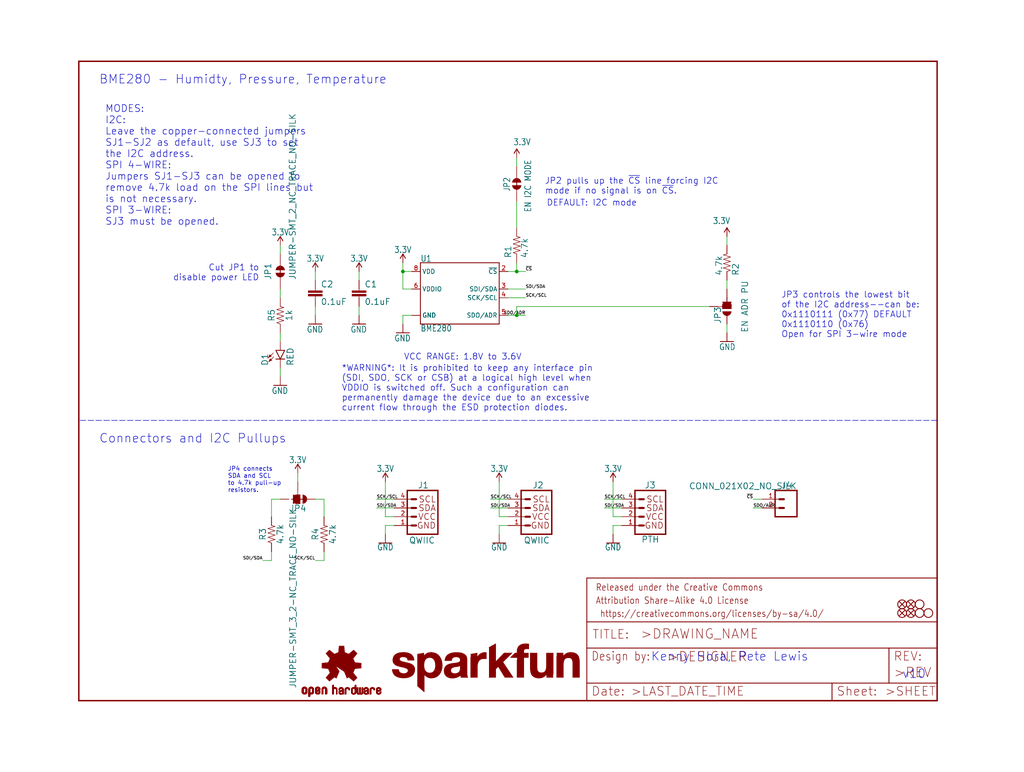
<source format=kicad_sch>
(kicad_sch (version 20211123) (generator eeschema)
  (paper "User" 297.002 223.926)
  (lib_symbols
    (symbol "eagleSchem-eagle-import:0.1UF-0603-25V-(+80{slash}-20%)"
      (property "Reference" "C" (at 1.524 2.921 0))
      (property "Value" "0.1UF-0603-25V-(+80{slash}-20%)" (at 1.524 -2.159 0))
      (symbol "0.1UF-0603-25V-(+80{slash}-20%)_1_0"
        (pin passive line (at 0 5.08 270) (length 2.54) (name "1") (number "1"))
        (pin passive line (at 0 -2.54 90) (length 2.54) (name "2") (number "2"))
      )
    )
    (symbol "eagleSchem-eagle-import:1KOHM-0603-1{slash}10W-1%"
      (property "Reference" "R" (at 0 1.524 0))
      (property "Value" "1KOHM-0603-1{slash}10W-1%" (at 0 -1.524 0))
      (symbol "1KOHM-0603-1{slash}10W-1%_1_0"
        (pin passive line (at -5.08 0 0) (length 2.54) (name "1") (number "1"))
        (pin passive line (at 5.08 0 180) (length 2.54) (name "2") (number "2"))
      )
    )
    (symbol "eagleSchem-eagle-import:3.3V" (power)
      (property "Value" "3.3V" (at 0 2.794 0))
      (symbol "3.3V_1_0"
        (pin power_in line (at 0 0 90) (length 2.54) (name "3.3V") (number "1"))
      )
    )
    (symbol "eagleSchem-eagle-import:4.7KOHM-0603-1{slash}10W-1%"
      (property "Reference" "R" (at 0 1.524 0))
      (property "Value" "4.7KOHM-0603-1{slash}10W-1%" (at 0 -1.524 0))
      (symbol "4.7KOHM-0603-1{slash}10W-1%_1_0"
        (pin passive line (at -5.08 0 0) (length 2.54) (name "1") (number "1"))
        (pin passive line (at 5.08 0 180) (length 2.54) (name "2") (number "2"))
      )
    )
    (symbol "eagleSchem-eagle-import:BME280"
      (property "Reference" "U" (at -10.16 7.874 0))
      (property "Value" "BME280" (at -10.16 -10.414 0))
      (symbol "BME280_1_0"
        (pin bidirectional line (at -12.7 -7.62 0) (length 2.54) (name "GND") (number "1"))
        (pin bidirectional line (at 15.24 5.08 180) (length 2.54) (name "~{CS}") (number "2"))
        (pin bidirectional line (at 15.24 0 180) (length 2.54) (name "SDI/SDA") (number "3"))
        (pin bidirectional line (at 15.24 -2.54 180) (length 2.54) (name "SCK/SCL") (number "4"))
        (pin bidirectional line (at 15.24 -7.62 180) (length 2.54) (name "SDO/ADR") (number "5"))
        (pin bidirectional line (at -12.7 0 0) (length 2.54) (name "VDDIO") (number "6"))
        (pin bidirectional line (at -12.7 -7.62 0) (length 2.54) (name "GND") (number "7"))
        (pin bidirectional line (at -12.7 5.08 0) (length 2.54) (name "VDD") (number "8"))
      )
    )
    (symbol "eagleSchem-eagle-import:CONN_021X02_NO_SILK"
      (property "Reference" "J" (at -2.54 5.588 0))
      (property "Value" "CONN_021X02_NO_SILK" (at -2.54 -4.826 0))
      (symbol "CONN_021X02_NO_SILK_1_0"
        (pin passive line (at 7.62 0 180) (length 5.08) (name "1") (number "1"))
        (pin passive line (at 7.62 2.54 180) (length 5.08) (name "2") (number "2"))
      )
    )
    (symbol "eagleSchem-eagle-import:FIDUCIAL1X2")
    (symbol "eagleSchem-eagle-import:FRAME-LETTER"
      (symbol "FRAME-LETTER_2_0"
        (text " https://creativecommons.org/licenses/by-sa/4.0/" (at 2.54 24.13 0) (effects (font (size 1.9304 1.6408)) (justify left bottom)))
        (text ">DESIGNER" (at 23.114 11.176 0) (effects (font (size 2.7432 2.7432)) (justify left bottom)))
        (text ">DRAWING_NAME" (at 15.494 17.78 0) (effects (font (size 2.7432 2.7432)) (justify left bottom)))
        (text ">LAST_DATE_TIME" (at 12.7 1.27 0) (effects (font (size 2.54 2.54)) (justify left bottom)))
        (text ">REV" (at 88.9 6.604 0) (effects (font (size 2.7432 2.7432)) (justify left bottom)))
        (text ">SHEET" (at 86.36 1.27 0) (effects (font (size 2.54 2.54)) (justify left bottom)))
        (text "Attribution Share-Alike 4.0 License" (at 2.54 27.94 0) (effects (font (size 1.9304 1.6408)) (justify left bottom)))
        (text "Date:" (at 1.27 1.27 0) (effects (font (size 2.54 2.54)) (justify left bottom)))
        (text "Design by:" (at 1.27 11.43 0) (effects (font (size 2.54 2.159)) (justify left bottom)))
        (text "Released under the Creative Commons" (at 2.54 31.75 0) (effects (font (size 1.9304 1.6408)) (justify left bottom)))
        (text "REV:" (at 88.9 11.43 0) (effects (font (size 2.54 2.54)) (justify left bottom)))
        (text "Sheet:" (at 72.39 1.27 0) (effects (font (size 2.54 2.54)) (justify left bottom)))
        (text "TITLE:" (at 1.524 17.78 0) (effects (font (size 2.54 2.54)) (justify left bottom)))
      )
    )
    (symbol "eagleSchem-eagle-import:GND" (power)
      (property "Value" "GND" (at 0 -0.254 0))
      (symbol "GND_1_0"
        (pin power_in line (at 0 2.54 270) (length 2.54) (name "GND") (number "1"))
      )
    )
    (symbol "eagleSchem-eagle-import:I2C_STANDARDQWIIC"
      (property "Reference" "J" (at -5.08 7.874 0))
      (property "Value" "I2C_STANDARDQWIIC" (at -5.08 -5.334 0))
      (symbol "I2C_STANDARDQWIIC_1_0"
        (text "GND" (at -4.572 -2.54 0) (effects (font (size 1.778 1.778)) (justify left)))
        (text "SCL" (at -4.572 5.08 0) (effects (font (size 1.778 1.778)) (justify left)))
        (text "SDA" (at -4.572 2.54 0) (effects (font (size 1.778 1.778)) (justify left)))
        (text "VCC" (at -4.572 0 0) (effects (font (size 1.778 1.778)) (justify left)))
        (pin power_in line (at 7.62 -2.54 180) (length 5.08) (name "1") (number "1"))
        (pin power_in line (at 7.62 0 180) (length 5.08) (name "2") (number "2"))
        (pin passive line (at 7.62 2.54 180) (length 5.08) (name "3") (number "3"))
        (pin passive line (at 7.62 5.08 180) (length 5.08) (name "4") (number "4"))
      )
    )
    (symbol "eagleSchem-eagle-import:I2C_STANDARD_NO_SILK"
      (property "Reference" "J" (at -5.08 7.874 0))
      (property "Value" "I2C_STANDARD_NO_SILK" (at -5.08 -5.334 0))
      (symbol "I2C_STANDARD_NO_SILK_1_0"
        (text "GND" (at -4.572 -2.54 0) (effects (font (size 1.778 1.778)) (justify left)))
        (text "SCL" (at -4.572 5.08 0) (effects (font (size 1.778 1.778)) (justify left)))
        (text "SDA" (at -4.572 2.54 0) (effects (font (size 1.778 1.778)) (justify left)))
        (text "VCC" (at -4.572 0 0) (effects (font (size 1.778 1.778)) (justify left)))
        (pin power_in line (at 7.62 -2.54 180) (length 5.08) (name "1") (number "1"))
        (pin power_in line (at 7.62 0 180) (length 5.08) (name "2") (number "2"))
        (pin passive line (at 7.62 2.54 180) (length 5.08) (name "3") (number "3"))
        (pin passive line (at 7.62 5.08 180) (length 5.08) (name "4") (number "4"))
      )
    )
    (symbol "eagleSchem-eagle-import:JUMPER-PAD-2-NC_BY_TRACENO_SILK"
      (property "Reference" "SJ" (at -2.54 2.54 0))
      (property "Value" "JUMPER-PAD-2-NC_BY_TRACENO_SILK" (at -2.54 -5.08 0))
      (symbol "JUMPER-PAD-2-NC_BY_TRACENO_SILK_1_0"
        (pin passive line (at -5.08 0 0) (length 2.54) (name "1") (number "1"))
        (pin passive line (at 5.08 0 180) (length 2.54) (name "2") (number "2"))
      )
    )
    (symbol "eagleSchem-eagle-import:JUMPER-SMT_2_NC_TRACE_NO-SILK"
      (property "Reference" "JP" (at -2.54 2.54 0))
      (property "Value" "JUMPER-SMT_2_NC_TRACE_NO-SILK" (at -2.54 -2.54 0))
      (symbol "JUMPER-SMT_2_NC_TRACE_NO-SILK_1_0"
        (pin passive line (at -5.08 0 0) (length 2.54) (name "1") (number "1"))
        (pin passive line (at 5.08 0 180) (length 2.54) (name "2") (number "2"))
      )
    )
    (symbol "eagleSchem-eagle-import:JUMPER-SMT_3_1-NC_TRACE_NO-SILK"
      (property "Reference" "JP" (at 2.54 0.381 0))
      (property "Value" "JUMPER-SMT_3_1-NC_TRACE_NO-SILK" (at 2.54 -0.381 0))
      (symbol "JUMPER-SMT_3_1-NC_TRACE_NO-SILK_1_0"
        (pin passive line (at 0 5.08 270) (length 2.54) (name "1") (number "1"))
        (pin passive line (at -5.08 0 0) (length 2.54) (name "2") (number "2"))
        (pin passive line (at 0 -5.08 90) (length 2.54) (name "3") (number "3"))
      )
    )
    (symbol "eagleSchem-eagle-import:JUMPER-SMT_3_2-NC_TRACE_NO-SILK"
      (property "Reference" "JP" (at 2.54 0.381 0))
      (property "Value" "JUMPER-SMT_3_2-NC_TRACE_NO-SILK" (at 2.54 -0.381 0))
      (symbol "JUMPER-SMT_3_2-NC_TRACE_NO-SILK_1_0"
        (pin passive line (at 0 5.08 270) (length 2.54) (name "1") (number "1"))
        (pin passive line (at -5.08 0 0) (length 2.54) (name "2") (number "2"))
        (pin passive line (at 0 -5.08 90) (length 2.54) (name "3") (number "3"))
      )
    )
    (symbol "eagleSchem-eagle-import:LED-RED0603"
      (property "Reference" "D" (at -3.429 -4.572 90))
      (property "Value" "LED-RED0603" (at 1.905 -4.572 90))
      (symbol "LED-RED0603_1_0"
        (pin passive line (at 0 2.54 270) (length 2.54) (name "A") (number "A"))
        (pin passive line (at 0 -5.08 90) (length 2.54) (name "C") (number "C"))
      )
    )
    (symbol "eagleSchem-eagle-import:OSHW-LOGOS")
    (symbol "eagleSchem-eagle-import:SFE_LOGO_NAME.1_INCH")
    (symbol "eagleSchem-eagle-import:STAND-OFF")
  )
  (junction (at 149.86 91.44))
  (junction (at 149.86 78.74))
  (junction (at 116.84 78.74))
  (wire (pts (xy 111.76 152.4) (xy 111.76 154.94)))
  (wire (pts (xy 147.32 144.78) (xy 142.24 144.78)))
  (wire (pts (xy 205.74 88.9) (xy 149.86 88.9)))
  (wire (pts (xy 144.78 149.86) (xy 144.78 139.7)))
  (wire (pts (xy 104.14 91.44) (xy 104.14 88.9)))
  (wire (pts (xy 93.98 160.02) (xy 93.98 162.56)))
  (wire (pts (xy 78.74 149.86) (xy 78.74 144.78)))
  (wire (pts (xy 81.28 71.12) (xy 81.28 73.66)))
  (wire (pts (xy 119.38 91.44) (xy 116.84 91.44)))
  (wire (pts (xy 149.86 45.72) (xy 149.86 48.26)))
  (wire (pts (xy 144.78 152.4) (xy 144.78 154.94)))
  (wire (pts (xy 114.3 152.4) (xy 111.76 152.4)))
  (wire (pts (xy 147.32 152.4) (xy 144.78 152.4)))
  (wire (pts (xy 147.32 78.74) (xy 149.86 78.74)))
  (wire (pts (xy 86.36 137.16) (xy 86.36 139.7)))
  (wire (pts (xy 81.28 106.68) (xy 81.28 109.22)))
  (wire (pts (xy 210.82 96.52) (xy 210.82 93.98)))
  (wire (pts (xy 93.98 149.86) (xy 93.98 144.78)))
  (wire (pts (xy 147.32 149.86) (xy 144.78 149.86)))
  (wire (pts (xy 114.3 149.86) (xy 111.76 149.86)))
  (wire (pts (xy 93.98 144.78) (xy 91.44 144.78)))
  (wire (pts (xy 81.28 83.82) (xy 81.28 86.36)))
  (wire (pts (xy 76.2 162.56) (xy 78.74 162.56)))
  (wire (pts (xy 111.76 149.86) (xy 111.76 139.7)))
  (wire (pts (xy 93.98 162.56) (xy 91.44 162.56)))
  (wire (pts (xy 180.34 147.32) (xy 175.26 147.32)))
  (wire (pts (xy 116.84 83.82) (xy 116.84 78.74)))
  (wire (pts (xy 147.32 86.36) (xy 152.4 86.36)))
  (wire (pts (xy 220.98 144.78) (xy 218.44 144.78)))
  (wire (pts (xy 91.44 81.28) (xy 91.44 78.74)))
  (wire (pts (xy 104.14 81.28) (xy 104.14 78.74)))
  (wire (pts (xy 149.86 78.74) (xy 152.4 78.74)))
  (wire (pts (xy 78.74 160.02) (xy 78.74 162.56)))
  (wire (pts (xy 119.38 83.82) (xy 116.84 83.82)))
  (wire (pts (xy 116.84 78.74) (xy 116.84 76.2)))
  (wire (pts (xy 177.8 152.4) (xy 177.8 154.94)))
  (polyline (pts (xy 271.78 121.92) (xy 22.86 121.92)))
  (wire (pts (xy 78.74 144.78) (xy 81.28 144.78)))
  (wire (pts (xy 149.86 91.44) (xy 152.4 91.44)))
  (wire (pts (xy 149.86 76.2) (xy 149.86 78.74)))
  (wire (pts (xy 220.98 147.32) (xy 218.44 147.32)))
  (wire (pts (xy 149.86 58.42) (xy 149.86 66.04)))
  (wire (pts (xy 180.34 149.86) (xy 177.8 149.86)))
  (wire (pts (xy 114.3 144.78) (xy 109.22 144.78)))
  (wire (pts (xy 149.86 88.9) (xy 149.86 91.44)))
  (wire (pts (xy 149.86 91.44) (xy 147.32 91.44)))
  (wire (pts (xy 91.44 91.44) (xy 91.44 88.9)))
  (wire (pts (xy 180.34 144.78) (xy 175.26 144.78)))
  (wire (pts (xy 177.8 149.86) (xy 177.8 139.7)))
  (wire (pts (xy 180.34 152.4) (xy 177.8 152.4)))
  (wire (pts (xy 114.3 147.32) (xy 109.22 147.32)))
  (wire (pts (xy 116.84 78.74) (xy 119.38 78.74)))
  (wire (pts (xy 147.32 83.82) (xy 152.4 83.82)))
  (wire (pts (xy 210.82 71.12) (xy 210.82 68.58)))
  (wire (pts (xy 210.82 83.82) (xy 210.82 81.28)))
  (wire (pts (xy 147.32 147.32) (xy 142.24 147.32)))
  (wire (pts (xy 116.84 91.44) (xy 116.84 93.98)))
  (wire (pts (xy 81.28 96.52) (xy 81.28 99.06)))
  (text "Cut JP1 to\ndisable power LED" (at 75.184 76.708 180) (effects (font (size 1.778 1.778)) (justify right top)))
  (text "DEFAULT: I2C mode" (at 158.496 57.912 180) (effects (font (size 1.778 1.778)) (justify left top)))
  (text "VCC RANGE: 1.8V to 3.6V" (at 117.094 104.648 180) (effects (font (size 1.778 1.778)) (justify left bottom)))
  (text "*WARNING*: It is prohibited to keep any interface pin\n(SDI, SDO, SCK or CSB) at a logical high level when\nVDDIO is switched off. Such a configuration can\npermanently damage the device due to an excessive\ncurrent flow through the ESD protection diodes." (at 99.06 119.38 0) (effects (font (size 1.778 1.778)) (justify left bottom)))
  (text "Connectors and I2C Pullups" (at 28.702 128.778 180) (effects (font (size 2.54 2.54)) (justify left bottom)))
  (text "JP4 connects\nSDA and SCL\nto 4.7k pull-up\nresistors." (at 66.04 139.192 0) (effects (font (size 1.27 1.27)) (justify left)))
  (text "JP2 pulls up the ~{CS} line forcing I2C\nmode if no signal is on ~{CS}." (at 157.988 51.562 0) (effects (font (size 1.778 1.778)) (justify left top)))
  (text "BME280 - Humidty, Pressure, Temperature" (at 28.702 24.638 180) (effects (font (size 2.54 2.54)) (justify left bottom)))
  (text "JP3 controls the lowest bit\nof the I2C address--can be:\n0x1110111 (0x77) DEFAULT\n0x1110110 (0x76)\nOpen for SPI 3-wire mode" (at 226.568 84.582 0) (effects (font (size 1.778 1.778)) (justify left top)))
  (text "Kenny Hora, Pete Lewis" (at 188.722 192.024 180) (effects (font (size 2.54 2.54)) (justify left bottom)))
  (text "MODES:\nI2C:\nLeave the copper-connected jumpers\nSJ1-SJ2 as default, use SJ3 to set\nthe I2C address.\nSPI 4-WIRE:\nJumpers SJ1-SJ3 can be opened to\nremove 4.7k load on the SPI lines but\nis not necessary.\nSPI 3-WIRE:\nSJ3 must be opened." (at 30.48 30.48 0) (effects (font (size 2.032 2.032)) (justify left top)))
  (text "v10" (at 261.62 195.58 180) (effects (font (size 2.54 2.54)) (justify left)))
  (label "SCK/SCL" (at 142.24 144.78 0) (effects (font (size 0.889 0.889))))
  (label "SCK/SCL" (at 175.26 144.78 0) (effects (font (size 0.889 0.889))))
  (label "SDO/ADR" (at 218.44 147.32 0) (effects (font (size 0.889 0.889))))
  (label "SCK/SCL" (at 91.44 162.56 180) (effects (font (size 0.889 0.889))))
  (label "~{CS}" (at 218.44 144.78 180) (effects (font (size 0.889 0.889))))
  (label "SDI/SDA" (at 142.24 147.32 0) (effects (font (size 0.889 0.889))))
  (label "~{CS}" (at 152.4 78.74 0) (effects (font (size 0.889 0.889))))
  (label "SDI/SDA" (at 76.2 162.56 180) (effects (font (size 0.889 0.889))))
  (label "SCK/SCL" (at 109.22 144.78 0) (effects (font (size 0.889 0.889))))
  (label "SDI/SDA" (at 109.22 147.32 0) (effects (font (size 0.889 0.889))))
  (label "SCK/SCL" (at 152.4 86.36 0) (effects (font (size 0.889 0.889))))
  (label "SDI/SDA" (at 152.4 83.82 0) (effects (font (size 0.889 0.889))))
  (label "SDI/SDA" (at 175.26 147.32 0) (effects (font (size 0.889 0.889))))
  (label "SDO/ADR" (at 152.4 91.44 180) (effects (font (size 0.889 0.889))))
  (symbol (lib_id "eagleSchem-eagle-import:CONN_021X02_NO_SILK") (at 228.6 144.78 180) (unit 1)
    (property "Reference" "J4" (at 229.87 139.7 0) (effects (font (size 1.778 1.778)) (justify left bottom)))
    (property "Value" "CONN_021X02_NO_SILK" (at 231.14 139.954 0) (effects (font (size 1.778 1.778)) (justify left bottom)))
    (property "Footprint" "eagleSchem:1X02_NO_SILK" (effects hide))
  )
  (symbol (lib_id "eagleSchem-eagle-import:4.7KOHM-0603-1{slash}10W-1%") (at 78.74 154.94 90) (unit 1)
    (property "Reference" "R3" (at 77.216 154.94 0) (effects (font (size 1.778 1.778)) (justify bottom)))
    (property "Value" "4.7k" (at 80.264 154.94 0) (effects (font (size 1.778 1.778)) (justify top)))
    (property "Footprint" "eagleSchem:0603" (effects hide))
  )
  (symbol (lib_id "eagleSchem-eagle-import:3.3V") (at 116.84 76.2 0) (unit 1)
    (property "Reference" "#SUPPLY10" (effects hide))
    (property "Value" "3.3V" (at 116.84 73.406 0) (effects (font (size 1.778 1.5113)) (justify bottom)))
    (property "Footprint" "eagleSchem:" (effects hide))
  )
  (symbol (lib_id "eagleSchem-eagle-import:3.3V") (at 86.36 137.16 0) (unit 1)
    (property "Reference" "#SUPPLY18" (effects hide))
    (property "Value" "3.3V" (at 86.36 134.366 0) (effects (font (size 1.778 1.5113)) (justify bottom)))
    (property "Footprint" "eagleSchem:" (effects hide))
  )
  (symbol (lib_id "eagleSchem-eagle-import:3.3V") (at 104.14 78.74 0) (unit 1)
    (property "Reference" "#SUPPLY14" (effects hide))
    (property "Value" "3.3V" (at 104.14 75.946 0) (effects (font (size 1.778 1.5113)) (justify bottom)))
    (property "Footprint" "eagleSchem:" (effects hide))
  )
  (symbol (lib_id "eagleSchem-eagle-import:FRAME-LETTER") (at 170.18 203.2 0) (unit 2)
    (property "Reference" "FRAME1" (effects hide))
    (property "Value" "FRAME-LETTER" (effects hide))
    (property "Footprint" "eagleSchem:CREATIVE_COMMONS" (effects hide))
  )
  (symbol (lib_id "eagleSchem-eagle-import:JUMPER-SMT_3_2-NC_TRACE_NO-SILK") (at 86.36 144.78 270) (unit 1)
    (property "Reference" "JP4" (at 83.82 148.463 90) (effects (font (size 1.778 1.778)) (justify left bottom)))
    (property "Value" "JUMPER-SMT_3_2-NC_TRACE_NO-SILK" (at 85.979 147.32 0) (effects (font (size 1.778 1.778)) (justify left top)))
    (property "Footprint" "eagleSchem:SMT-JUMPER_3_2-NC_TRACE_NO-SILK" (effects hide))
  )
  (symbol (lib_id "eagleSchem-eagle-import:GND") (at 91.44 93.98 0) (unit 1)
    (property "Reference" "#GND2" (effects hide))
    (property "Value" "GND" (at 88.9 96.52 0) (effects (font (size 1.778 1.5113)) (justify left bottom)))
    (property "Footprint" "eagleSchem:" (effects hide))
  )
  (symbol (lib_id "eagleSchem-eagle-import:FIDUCIAL1X2") (at 264.16 177.8 0) (unit 1)
    (property "Reference" "FD4" (effects hide))
    (property "Value" "FIDUCIAL1X2" (effects hide))
    (property "Footprint" "eagleSchem:FIDUCIAL-1X2" (effects hide))
  )
  (symbol (lib_id "eagleSchem-eagle-import:4.7KOHM-0603-1{slash}10W-1%") (at 210.82 76.2 270) (mirror x) (unit 1)
    (property "Reference" "R2" (at 212.3186 80.01 0) (effects (font (size 1.778 1.778)) (justify left bottom)))
    (property "Value" "4.7k" (at 207.518 80.01 0) (effects (font (size 1.778 1.778)) (justify left bottom)))
    (property "Footprint" "eagleSchem:0603" (effects hide))
  )
  (symbol (lib_id "eagleSchem-eagle-import:LED-RED0603") (at 81.28 101.6 0) (unit 1)
    (property "Reference" "D1" (at 77.851 106.172 90) (effects (font (size 1.778 1.778)) (justify left bottom)))
    (property "Value" "RED" (at 83.185 106.172 90) (effects (font (size 1.778 1.778)) (justify left top)))
    (property "Footprint" "eagleSchem:LED-0603" (effects hide))
  )
  (symbol (lib_id "eagleSchem-eagle-import:I2C_STANDARDQWIIC") (at 121.92 149.86 0) (mirror y) (unit 1)
    (property "Reference" "J1" (at 124.46 141.732 0) (effects (font (size 1.778 1.778)) (justify left bottom)))
    (property "Value" "QWIIC" (at 126.238 155.702 0) (effects (font (size 1.778 1.778)) (justify left top)))
    (property "Footprint" "eagleSchem:JST04_1MM_RA" (effects hide))
  )
  (symbol (lib_id "eagleSchem-eagle-import:FIDUCIAL1X2") (at 264.16 175.26 0) (unit 1)
    (property "Reference" "FD3" (effects hide))
    (property "Value" "FIDUCIAL1X2" (effects hide))
    (property "Footprint" "eagleSchem:FIDUCIAL-1X2" (effects hide))
  )
  (symbol (lib_id "eagleSchem-eagle-import:STAND-OFF") (at 266.7 175.26 0) (unit 1)
    (property "Reference" "H1" (effects hide))
    (property "Value" "STAND-OFF" (effects hide))
    (property "Footprint" "eagleSchem:STAND-OFF" (effects hide))
  )
  (symbol (lib_id "eagleSchem-eagle-import:3.3V") (at 81.28 71.12 0) (unit 1)
    (property "Reference" "#SUPPLY6" (effects hide))
    (property "Value" "3.3V" (at 81.28 68.326 0) (effects (font (size 1.778 1.5113)) (justify bottom)))
    (property "Footprint" "eagleSchem:" (effects hide))
  )
  (symbol (lib_id "eagleSchem-eagle-import:0.1UF-0603-25V-(+80{slash}-20%)") (at 91.44 86.36 0) (unit 1)
    (property "Reference" "C2" (at 92.964 83.439 0) (effects (font (size 1.778 1.778)) (justify left bottom)))
    (property "Value" "0.1uF" (at 92.964 88.519 0) (effects (font (size 1.778 1.778)) (justify left bottom)))
    (property "Footprint" "eagleSchem:0603" (effects hide))
  )
  (symbol (lib_id "eagleSchem-eagle-import:SFE_LOGO_NAME.1_INCH") (at 111.76 200.66 0) (unit 1)
    (property "Reference" "LOGO1" (effects hide))
    (property "Value" "SFE_LOGO_NAME.1_INCH" (effects hide))
    (property "Footprint" "eagleSchem:SFE_LOGO_NAME_.1" (effects hide))
  )
  (symbol (lib_id "eagleSchem-eagle-import:0.1UF-0603-25V-(+80{slash}-20%)") (at 104.14 86.36 0) (unit 1)
    (property "Reference" "C1" (at 105.664 83.439 0) (effects (font (size 1.778 1.778)) (justify left bottom)))
    (property "Value" "0.1uF" (at 105.664 88.519 0) (effects (font (size 1.778 1.778)) (justify left bottom)))
    (property "Footprint" "eagleSchem:0603" (effects hide))
  )
  (symbol (lib_id "eagleSchem-eagle-import:4.7KOHM-0603-1{slash}10W-1%") (at 149.86 71.12 90) (unit 1)
    (property "Reference" "R1" (at 148.3614 74.93 0) (effects (font (size 1.778 1.778)) (justify left bottom)))
    (property "Value" "4.7k" (at 153.162 74.93 0) (effects (font (size 1.778 1.778)) (justify left bottom)))
    (property "Footprint" "eagleSchem:0603" (effects hide))
  )
  (symbol (lib_id "eagleSchem-eagle-import:I2C_STANDARD_NO_SILK") (at 187.96 149.86 0) (mirror y) (unit 1)
    (property "Reference" "J3" (at 190.246 141.732 0) (effects (font (size 1.778 1.778)) (justify left bottom)))
    (property "Value" "PTH" (at 191.262 155.448 0) (effects (font (size 1.778 1.778)) (justify left top)))
    (property "Footprint" "eagleSchem:1X04_NO_SILK" (effects hide))
  )
  (symbol (lib_id "eagleSchem-eagle-import:FIDUCIAL1X2") (at 261.62 177.8 0) (unit 1)
    (property "Reference" "FD1" (effects hide))
    (property "Value" "FIDUCIAL1X2" (effects hide))
    (property "Footprint" "eagleSchem:FIDUCIAL-1X2" (effects hide))
  )
  (symbol (lib_id "eagleSchem-eagle-import:JUMPER-SMT_2_NC_TRACE_NO-SILK") (at 81.28 78.74 90) (unit 1)
    (property "Reference" "JP1" (at 78.74 81.28 0) (effects (font (size 1.778 1.778)) (justify left bottom)))
    (property "Value" "JUMPER-SMT_2_NC_TRACE_NO-SILK" (at 83.82 81.28 0) (effects (font (size 1.778 1.778)) (justify left top)))
    (property "Footprint" "eagleSchem:SMT-JUMPER_2_NC_TRACE_NO-SILK" (effects hide))
  )
  (symbol (lib_id "eagleSchem-eagle-import:FIDUCIAL1X2") (at 261.62 175.26 0) (unit 1)
    (property "Reference" "FD2" (effects hide))
    (property "Value" "FIDUCIAL1X2" (effects hide))
    (property "Footprint" "eagleSchem:FIDUCIAL-1X2" (effects hide))
  )
  (symbol (lib_id "eagleSchem-eagle-import:3.3V") (at 149.86 45.72 0) (unit 1)
    (property "Reference" "#SUPPLY3" (effects hide))
    (property "Value" "3.3V" (at 148.844 42.164 0) (effects (font (size 1.778 1.5113)) (justify left bottom)))
    (property "Footprint" "eagleSchem:" (effects hide))
  )
  (symbol (lib_id "eagleSchem-eagle-import:4.7KOHM-0603-1{slash}10W-1%") (at 93.98 154.94 90) (unit 1)
    (property "Reference" "R4" (at 92.456 154.94 0) (effects (font (size 1.778 1.778)) (justify bottom)))
    (property "Value" "4.7k" (at 95.504 154.94 0) (effects (font (size 1.778 1.778)) (justify top)))
    (property "Footprint" "eagleSchem:0603" (effects hide))
  )
  (symbol (lib_id "eagleSchem-eagle-import:JUMPER-PAD-2-NC_BY_TRACENO_SILK") (at 149.86 53.34 90) (unit 1)
    (property "Reference" "JP2" (at 146.05 51.308 0) (effects (font (size 1.778 1.5113)) (justify right top)))
    (property "Value" "EN I2C MODE" (at 152.146 46.228 0) (effects (font (size 1.778 1.5113)) (justify right top)))
    (property "Footprint" "eagleSchem:PAD-JUMPER-2-NC_BY_TRACE_NO_SILK" (effects hide))
  )
  (symbol (lib_id "eagleSchem-eagle-import:GND") (at 144.78 157.48 0) (mirror y) (unit 1)
    (property "Reference" "#GND1" (effects hide))
    (property "Value" "GND" (at 144.78 157.734 0) (effects (font (size 1.778 1.5113)) (justify top)))
    (property "Footprint" "eagleSchem:" (effects hide))
  )
  (symbol (lib_id "eagleSchem-eagle-import:FRAME-LETTER") (at 22.86 203.2 0) (unit 1)
    (property "Reference" "FRAME1" (effects hide))
    (property "Value" "FRAME-LETTER" (effects hide))
    (property "Footprint" "eagleSchem:CREATIVE_COMMONS" (effects hide))
  )
  (symbol (lib_id "eagleSchem-eagle-import:3.3V") (at 144.78 139.7 0) (mirror y) (unit 1)
    (property "Reference" "#SUPPLY4" (effects hide))
    (property "Value" "3.3V" (at 144.78 136.906 0) (effects (font (size 1.778 1.5113)) (justify bottom)))
    (property "Footprint" "eagleSchem:" (effects hide))
  )
  (symbol (lib_id "eagleSchem-eagle-import:3.3V") (at 210.82 68.58 0) (mirror y) (unit 1)
    (property "Reference" "#SUPPLY5" (effects hide))
    (property "Value" "3.3V" (at 211.836 65.024 0) (effects (font (size 1.778 1.5113)) (justify left bottom)))
    (property "Footprint" "eagleSchem:" (effects hide))
  )
  (symbol (lib_id "eagleSchem-eagle-import:I2C_STANDARDQWIIC") (at 154.94 149.86 0) (mirror y) (unit 1)
    (property "Reference" "J2" (at 157.734 141.732 0) (effects (font (size 1.778 1.778)) (justify left bottom)))
    (property "Value" "QWIIC" (at 159.512 155.702 0) (effects (font (size 1.778 1.778)) (justify left top)))
    (property "Footprint" "eagleSchem:JST04_1MM_RA" (effects hide))
  )
  (symbol (lib_id "eagleSchem-eagle-import:3.3V") (at 91.44 78.74 0) (unit 1)
    (property "Reference" "#SUPPLY2" (effects hide))
    (property "Value" "3.3V" (at 91.44 75.946 0) (effects (font (size 1.778 1.5113)) (justify bottom)))
    (property "Footprint" "eagleSchem:" (effects hide))
  )
  (symbol (lib_id "eagleSchem-eagle-import:GND") (at 81.28 111.76 0) (unit 1)
    (property "Reference" "#GND3" (effects hide))
    (property "Value" "GND" (at 78.74 114.3 0) (effects (font (size 1.778 1.5113)) (justify left bottom)))
    (property "Footprint" "eagleSchem:" (effects hide))
  )
  (symbol (lib_id "eagleSchem-eagle-import:GND") (at 177.8 157.48 0) (mirror y) (unit 1)
    (property "Reference" "#GND4" (effects hide))
    (property "Value" "GND" (at 177.8 157.734 0) (effects (font (size 1.778 1.5113)) (justify top)))
    (property "Footprint" "eagleSchem:" (effects hide))
  )
  (symbol (lib_id "eagleSchem-eagle-import:BME280") (at 132.08 83.82 0) (unit 1)
    (property "Reference" "U1" (at 121.92 75.946 0) (effects (font (size 1.778 1.5113)) (justify left bottom)))
    (property "Value" "BME280" (at 121.92 94.234 0) (effects (font (size 1.778 1.5113)) (justify left top)))
    (property "Footprint" "eagleSchem:LGA-8-2.5X2.5" (effects hide))
  )
  (symbol (lib_id "eagleSchem-eagle-import:3.3V") (at 111.76 139.7 0) (mirror y) (unit 1)
    (property "Reference" "#SUPPLY21" (effects hide))
    (property "Value" "3.3V" (at 111.76 136.906 0) (effects (font (size 1.778 1.5113)) (justify bottom)))
    (property "Footprint" "eagleSchem:" (effects hide))
  )
  (symbol (lib_id "eagleSchem-eagle-import:GND") (at 116.84 96.52 0) (unit 1)
    (property "Reference" "#GND8" (effects hide))
    (property "Value" "GND" (at 114.3 99.06 0) (effects (font (size 1.778 1.5113)) (justify left bottom)))
    (property "Footprint" "eagleSchem:" (effects hide))
  )
  (symbol (lib_id "eagleSchem-eagle-import:STAND-OFF") (at 269.24 177.8 0) (unit 1)
    (property "Reference" "H4" (effects hide))
    (property "Value" "STAND-OFF" (effects hide))
    (property "Footprint" "eagleSchem:STAND-OFF" (effects hide))
  )
  (symbol (lib_id "eagleSchem-eagle-import:GND") (at 111.76 157.48 0) (mirror y) (unit 1)
    (property "Reference" "#GND18" (effects hide))
    (property "Value" "GND" (at 111.76 157.734 0) (effects (font (size 1.778 1.5113)) (justify top)))
    (property "Footprint" "eagleSchem:" (effects hide))
  )
  (symbol (lib_id "eagleSchem-eagle-import:JUMPER-SMT_3_1-NC_TRACE_NO-SILK") (at 210.82 88.9 0) (mirror x) (unit 1)
    (property "Reference" "JP3" (at 207.137 93.98 90) (effects (font (size 1.778 1.778)) (justify right top)))
    (property "Value" "EN ADR PU" (at 215.011 96.52 90) (effects (font (size 1.778 1.778)) (justify right top)))
    (property "Footprint" "eagleSchem:SMT-JUMPER_3_1-NC_TRACE_NO-SILK" (effects hide))
  )
  (symbol (lib_id "eagleSchem-eagle-import:1KOHM-0603-1{slash}10W-1%") (at 81.28 91.44 90) (unit 1)
    (property "Reference" "R5" (at 79.756 91.44 0) (effects (font (size 1.778 1.778)) (justify bottom)))
    (property "Value" "1k" (at 82.804 91.44 0) (effects (font (size 1.778 1.778)) (justify top)))
    (property "Footprint" "eagleSchem:0603" (effects hide))
  )
  (symbol (lib_id "eagleSchem-eagle-import:3.3V") (at 177.8 139.7 0) (mirror y) (unit 1)
    (property "Reference" "#SUPPLY1" (effects hide))
    (property "Value" "3.3V" (at 177.8 136.906 0) (effects (font (size 1.778 1.5113)) (justify bottom)))
    (property "Footprint" "eagleSchem:" (effects hide))
  )
  (symbol (lib_id "eagleSchem-eagle-import:STAND-OFF") (at 266.7 177.8 0) (unit 1)
    (property "Reference" "H2" (effects hide))
    (property "Value" "STAND-OFF" (effects hide))
    (property "Footprint" "eagleSchem:STAND-OFF" (effects hide))
  )
  (symbol (lib_id "eagleSchem-eagle-import:GND") (at 210.82 99.06 0) (mirror y) (unit 1)
    (property "Reference" "#GND5" (effects hide))
    (property "Value" "GND" (at 213.36 101.6 0) (effects (font (size 1.778 1.5113)) (justify left bottom)))
    (property "Footprint" "eagleSchem:" (effects hide))
  )
  (symbol (lib_id "eagleSchem-eagle-import:OSHW-LOGOS") (at 99.06 193.04 0) (unit 1)
    (property "Reference" "LOGO4" (effects hide))
    (property "Value" "OSHW-LOGOS" (effects hide))
    (property "Footprint" "eagleSchem:OSHW-LOGO-S" (effects hide))
  )
  (symbol (lib_id "eagleSchem-eagle-import:GND") (at 104.14 93.98 0) (unit 1)
    (property "Reference" "#GND9" (effects hide))
    (property "Value" "GND" (at 101.6 96.52 0) (effects (font (size 1.778 1.5113)) (justify left bottom)))
    (property "Footprint" "eagleSchem:" (effects hide))
  )
)
</source>
